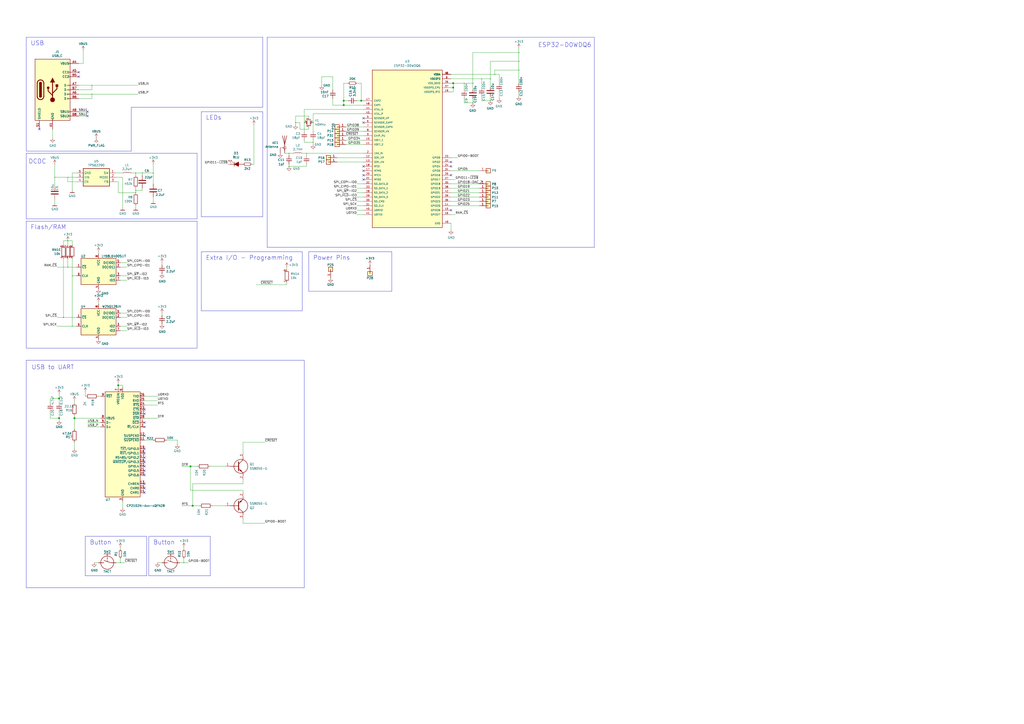
<source format=kicad_sch>
(kicad_sch (version 20231120) (generator "eeschema") (generator_version "8.0")
  (paper "A2")
  (title_block (title "ESP32-REACTJS-DEVKIT") (date "2024/2025") (company "GTS (Designed by: Engineer Silvio E. Viscuso)"))
  (junction (at 279.4 45.72) (diameter 0.3048))
  (junction (at 82.55 100.33) (diameter 0.3048))
  (junction (at 300.99 40.64) (diameter 0.3048))
  (junction (at 34.29 242.57))
  (junction (at 177.8 88.9) (diameter 0.3048))
  (junction (at 262.89 50.8))
  (junction (at 41.91 189.23) (diameter 0.3048))
  (junction (at 53.34 54.61) (diameter 0.3048))
  (junction (at 262.89 48.26))
  (junction (at 69.85 326.39) (diameter 0.3048))
  (junction (at 106.68 326.39) (diameter 0.3048))
  (junction (at 39.37 102.87) (diameter 0.3048))
  (junction (at 300.99 35.56) (diameter 0.3048))
  (junction (at 111.76 293.37))
  (junction (at 36.83 184.15) (diameter 0.3048))
  (junction (at 171.45 71.12) (diameter 0.3048))
  (junction (at 300.99 30.48) (diameter 0.3048))
  (junction (at 167.64 96.52) (diameter 0.3048))
  (junction (at 209.55 58.42))
  (junction (at 110.49 270.51))
  (junction (at 284.48 58.42) (diameter 0.3048))
  (junction (at 78.74 110.49) (diameter 0.3048))
  (junction (at 34.29 231.14))
  (junction (at 274.32 48.26) (diameter 0.3048))
  (junction (at 181.61 71.12) (diameter 0.3048))
  (junction (at 39.37 154.94) (diameter 0.3048))
  (junction (at 78.74 100.33) (diameter 0.3048))
  (junction (at 88.9 100.33) (diameter 0.3048))
  (junction (at 43.18 242.57))
  (junction (at 181.61 82.55) (diameter 0.3048))
  (junction (at 269.24 48.26) (diameter 0.3048))
  (junction (at 274.32 59.69) (diameter 0.3048))
  (junction (at 39.37 139.7) (diameter 0.3048))
  (junction (at 31.75 102.87) (diameter 0.3048))
  (junction (at 287.02 43.18) (diameter 0.3048))
  (junction (at 167.64 88.9) (diameter 0.3048))
  (junction (at 68.58 223.52))
  (junction (at 41.91 160.02) (diameter 0.3048))
  (junction (at 53.34 49.53) (diameter 0.3048))
  (junction (at 199.39 60.96))
  (junction (at 78.74 111.76) (diameter 0.3048))
  (junction (at 284.48 45.72) (diameter 0.3048))
  (junction (at 176.53 71.12) (diameter 0.3048))
  (junction (at 199.39 58.42))
  (no_connect (at 45.72 44.45))
  (no_connect (at 210.82 96.52))
  (no_connect (at 83.82 283.21))
  (no_connect (at 83.82 260.35))
  (no_connect (at 83.82 237.49))
  (no_connect (at 261.62 96.52))
  (no_connect (at 210.82 101.6))
  (no_connect (at 83.82 270.51))
  (no_connect (at 83.82 275.59))
  (no_connect (at 210.82 71.12))
  (no_connect (at 261.62 101.6))
  (no_connect (at 83.82 240.03))
  (no_connect (at 83.82 262.89))
  (no_connect (at 210.82 104.14))
  (no_connect (at 45.72 41.91))
  (no_connect (at 22.86 74.93))
  (no_connect (at 83.82 265.43))
  (no_connect (at 83.82 247.65))
  (no_connect (at 83.82 252.73))
  (no_connect (at 83.82 285.75))
  (no_connect (at 83.82 267.97))
  (no_connect (at 83.82 245.11))
  (no_connect (at 83.82 273.05))
  (no_connect (at 210.82 99.06))
  (no_connect (at 50.8 67.31))
  (no_connect (at 261.62 121.92))
  (no_connect (at 50.8 64.77))
  (no_connect (at 210.82 68.58))
  (no_connect (at 83.82 280.67))
  (no_connect (at 261.62 93.98))
  (polyline (pts (xy 15.24 208.915) (xy 176.53 208.915)))
  (wire (pts (xy 82.55 109.22) (xy 82.55 110.49)))
  (wire (pts (xy 279.4 55.88) (xy 279.4 58.42)))
  (wire (pts (xy 148.59 165.1) (xy 166.37 165.1)))
  (wire (pts (xy 68.58 105.41) (xy 67.31 105.41)))
  (wire (pts (xy 91.44 229.87) (xy 83.82 229.87)))
  (wire (pts (xy 39.37 105.41) (xy 39.37 102.87)))
  (wire (pts (xy 57.15 326.39) (xy 54.61 326.39)))
  (polyline (pts (xy 114.3 88.9) (xy 15.24 88.9)) (stroke (width 0) (type solid)))
  (wire (pts (xy 41.91 100.33) (xy 41.91 110.49)))
  (polyline (pts (xy 85.09 334.01) (xy 85.09 311.15)) (stroke (width 0) (type solid)))
  (polyline (pts (xy 152.4 64.77) (xy 116.84 64.77)) (stroke (width 0) (type solid)))
  (wire (pts (xy 210.82 66.04) (xy 181.61 66.04)))
  (wire (pts (xy 39.37 154.94) (xy 44.45 154.94)))
  (wire (pts (xy 39.37 139.7) (xy 39.37 142.24)))
  (wire (pts (xy 29.21 231.14) (xy 34.29 231.14)))
  (wire (pts (xy 69.85 317.5) (xy 69.85 318.77)))
  (wire (pts (xy 110.49 284.48) (xy 110.49 270.51)))
  (wire (pts (xy 146.05 95.25) (xy 147.32 95.25)))
  (wire (pts (xy 274.32 59.69) (xy 269.24 59.69)))
  (wire (pts (xy 261.62 133.35) (xy 261.62 129.54)))
  (wire (pts (xy 261.62 106.68) (xy 278.13 106.68)))
  (wire (pts (xy 284.48 45.72) (xy 279.4 45.72)))
  (polyline (pts (xy 114.3 127) (xy 15.24 127)) (stroke (width 0) (type solid)))
  (wire (pts (xy 261.62 114.3) (xy 278.13 114.3)))
  (wire (pts (xy 91.44 234.95) (xy 83.82 234.95)))
  (wire (pts (xy 29.21 233.68) (xy 29.21 231.14)))
  (polyline (pts (xy 116.84 64.77) (xy 116.84 125.73)) (stroke (width 0) (type solid)))
  (wire (pts (xy 210.82 60.96) (xy 199.39 60.96)))
  (wire (pts (xy 53.34 54.61) (xy 80.01 54.61)))
  (polyline (pts (xy 175.26 180.34) (xy 116.84 180.34)) (stroke (width 0) (type solid)))
  (wire (pts (xy 289.56 43.18) (xy 289.56 48.26)))
  (wire (pts (xy 300.99 27.94) (xy 300.99 30.48)))
  (wire (pts (xy 207.01 111.76) (xy 210.82 111.76)))
  (wire (pts (xy 167.64 95.25) (xy 167.64 96.52)))
  (wire (pts (xy 43.18 241.3) (xy 43.18 242.57)))
  (wire (pts (xy 287.02 40.64) (xy 300.99 40.64)))
  (wire (pts (xy 106.68 317.5) (xy 106.68 318.77)))
  (polyline (pts (xy 175.26 180.34) (xy 175.26 146.05)) (stroke (width 0) (type solid)))
  (polyline (pts (xy 176.53 340.995) (xy 15.24 340.995)))
  (polyline (pts (xy 154.94 143.51) (xy 154.94 21.59)) (stroke (width 0) (type solid)))
  (wire (pts (xy 181.61 82.55) (xy 181.61 81.28)))
  (wire (pts (xy 88.9 100.33) (xy 88.9 106.68)))
  (wire (pts (xy 78.74 100.33) (xy 82.55 100.33)))
  (wire (pts (xy 57.15 146.05) (xy 57.15 147.32)))
  (wire (pts (xy 106.68 326.39) (xy 106.68 323.85)))
  (wire (pts (xy 34.29 228.6) (xy 34.29 231.14)))
  (polyline (pts (xy 152.4 64.77) (xy 152.4 125.73)) (stroke (width 0) (type solid)))
  (wire (pts (xy 41.91 189.23) (xy 44.45 189.23)))
  (wire (pts (xy 69.85 154.94) (xy 73.66 154.94)))
  (wire (pts (xy 284.48 55.88) (xy 284.48 58.42)))
  (wire (pts (xy 261.62 116.84) (xy 278.13 116.84)))
  (wire (pts (xy 69.85 326.39) (xy 72.39 326.39)))
  (wire (pts (xy 179.07 73.66) (xy 179.07 74.93)))
  (wire (pts (xy 170.18 88.9) (xy 167.64 88.9)))
  (wire (pts (xy 82.55 100.33) (xy 82.55 101.6)))
  (wire (pts (xy 110.49 270.51) (xy 114.3 270.51)))
  (wire (pts (xy 147.32 72.39) (xy 147.32 95.25)))
  (wire (pts (xy 93.98 152.4) (xy 93.98 153.67)))
  (wire (pts (xy 278.13 111.76) (xy 261.62 111.76)))
  (wire (pts (xy 274.32 30.48) (xy 300.99 30.48)))
  (polyline (pts (xy 15.24 201.93) (xy 15.24 128.27)) (stroke (width 0) (type solid)))
  (wire (pts (xy 199.39 60.96) (xy 193.04 60.96)))
  (wire (pts (xy 45.72 36.83) (xy 48.26 36.83)))
  (wire (pts (xy 83.82 255.27) (xy 88.9 255.27)))
  (wire (pts (xy 179.07 67.31) (xy 179.07 68.58)))
  (wire (pts (xy 140.97 278.13) (xy 140.97 280.67)))
  (wire (pts (xy 49.53 229.87) (xy 49.53 227.33)))
  (polyline (pts (xy 85.09 334.01) (xy 49.53 334.01)) (stroke (width 0) (type solid)))
  (polyline (pts (xy 121.92 334.01) (xy 121.92 311.15)) (stroke (width 0) (type solid)))
  (wire (pts (xy 209.55 48.26) (xy 209.55 58.42)))
  (wire (pts (xy 50.8 247.65) (xy 58.42 247.65)))
  (wire (pts (xy 88.9 114.3) (xy 88.9 116.84)))
  (wire (pts (xy 44.45 105.41) (xy 39.37 105.41)))
  (wire (pts (xy 78.74 110.49) (xy 82.55 110.49)))
  (wire (pts (xy 181.61 76.2) (xy 181.61 71.12)))
  (wire (pts (xy 207.01 109.22) (xy 210.82 109.22)))
  (wire (pts (xy 140.97 256.54) (xy 140.97 262.89)))
  (wire (pts (xy 264.16 104.14) (xy 261.62 104.14)))
  (wire (pts (xy 105.41 270.51) (xy 110.49 270.51)))
  (wire (pts (xy 200.66 83.82) (xy 210.82 83.82)))
  (wire (pts (xy 195.58 93.98) (xy 210.82 93.98)))
  (wire (pts (xy 33.02 189.23) (xy 41.91 189.23)))
  (wire (pts (xy 207.01 116.84) (xy 210.82 116.84)))
  (polyline (pts (xy 76.2 62.23) (xy 76.2 87.63)) (stroke (width 0) (type solid)))
  (wire (pts (xy 48.26 36.83) (xy 48.26 29.21)))
  (polyline (pts (xy 15.24 128.27) (xy 114.3 128.27)) (stroke (width 0) (type solid)))
  (polyline (pts (xy 15.24 21.59) (xy 152.4 21.59)) (stroke (width 0) (type solid)))
  (polyline (pts (xy 227.33 146.05) (xy 227.33 168.91)) (stroke (width 0) (type solid)))
  (wire (pts (xy 176.53 82.55) (xy 181.61 82.55)))
  (polyline (pts (xy 121.92 311.15) (xy 86.36 311.15)) (stroke (width 0) (type solid)))
  (wire (pts (xy 33.02 154.94) (xy 39.37 154.94)))
  (wire (pts (xy 45.72 67.31) (xy 50.8 67.31)))
  (wire (pts (xy 106.68 326.39) (xy 109.22 326.39)))
  (wire (pts (xy 173.99 74.93) (xy 173.99 71.12)))
  (wire (pts (xy 69.85 184.15) (xy 73.66 184.15)))
  (wire (pts (xy 261.62 91.44) (xy 265.43 91.44)))
  (wire (pts (xy 269.24 57.15) (xy 269.24 59.69)))
  (wire (pts (xy 153.67 256.54) (xy 140.97 256.54)))
  (wire (pts (xy 207.01 121.92) (xy 210.82 121.92)))
  (wire (pts (xy 93.98 181.61) (xy 93.98 182.88)))
  (wire (pts (xy 45.72 49.53) (xy 53.34 49.53)))
  (wire (pts (xy 176.53 76.2) (xy 176.53 71.12)))
  (wire (pts (xy 261.62 99.06) (xy 278.13 99.06)))
  (wire (pts (xy 177.8 96.52) (xy 167.64 96.52)))
  (wire (pts (xy 78.74 109.22) (xy 78.74 110.49)))
  (wire (pts (xy 140.97 285.75) (xy 140.97 284.48)))
  (wire (pts (xy 207.01 48.26) (xy 209.55 48.26)))
  (polyline (pts (xy 121.92 334.01) (xy 86.36 334.01)) (stroke (width 0) (type solid)))
  (wire (pts (xy 140.97 303.53) (xy 140.97 300.99)))
  (wire (pts (xy 132.08 95.25) (xy 133.35 95.25)))
  (wire (pts (xy 50.8 245.11) (xy 58.42 245.11)))
  (polyline (pts (xy 116.84 180.34) (xy 116.84 146.05)) (stroke (width 0) (type solid)))
  (wire (pts (xy 68.58 223.52) (xy 71.12 223.52)))
  (wire (pts (xy 36.83 184.15) (xy 44.45 184.15)))
  (wire (pts (xy 261.62 119.38) (xy 278.13 119.38)))
  (wire (pts (xy 31.75 102.87) (xy 39.37 102.87)))
  (polyline (pts (xy 227.33 168.91) (xy 179.07 168.91)) (stroke (width 0) (type solid)))
  (wire (pts (xy 91.44 242.57) (xy 83.82 242.57)))
  (wire (pts (xy 57.15 229.87) (xy 58.42 229.87)))
  (wire (pts (xy 269.24 48.26) (xy 269.24 52.07)))
  (wire (pts (xy 210.82 63.5) (xy 176.53 63.5)))
  (polyline (pts (xy 15.24 88.9) (xy 15.24 127)) (stroke (width 0) (type solid)))
  (wire (pts (xy 300.99 40.64) (xy 300.99 48.26)))
  (wire (pts (xy 78.74 100.33) (xy 78.74 101.6)))
  (wire (pts (xy 68.58 223.52) (xy 68.58 224.79)))
  (wire (pts (xy 274.32 48.26) (xy 269.24 48.26)))
  (wire (pts (xy 29.21 238.76) (xy 29.21 242.57)))
  (wire (pts (xy 287.02 40.64) (xy 287.02 43.18)))
  (wire (pts (xy 41.91 100.33) (xy 44.45 100.33)))
  (polyline (pts (xy 114.3 88.9) (xy 114.3 127)) (stroke (width 0) (type solid)))
  (polyline (pts (xy 114.3 201.93) (xy 15.24 201.93)) (stroke (width 0) (type solid)))
  (wire (pts (xy 284.48 58.42) (xy 279.4 58.42)))
  (wire (pts (xy 173.99 71.12) (xy 171.45 71.12)))
  (wire (pts (xy 57.15 175.26) (xy 57.15 176.53)))
  (wire (pts (xy 31.75 107.95) (xy 31.75 102.87)))
  (wire (pts (xy 71.12 102.87) (xy 71.12 120.65)))
  (wire (pts (xy 41.91 160.02) (xy 41.91 189.23)))
  (wire (pts (xy 177.8 88.9) (xy 210.82 88.9)))
  (wire (pts (xy 69.85 160.02) (xy 73.66 160.02)))
  (wire (pts (xy 176.53 81.28) (xy 176.53 82.55)))
  (wire (pts (xy 177.8 88.9) (xy 175.26 88.9)))
  (wire (pts (xy 261.62 48.26) (xy 262.89 48.26)))
  (wire (pts (xy 201.93 48.26) (xy 199.39 48.26)))
  (wire (pts (xy 121.92 270.51) (xy 130.81 270.51)))
  (wire (pts (xy 69.85 326.39) (xy 69.85 323.85)))
  (wire (pts (xy 209.55 58.42) (xy 210.82 58.42)))
  (polyline (pts (xy 152.4 21.59) (xy 152.4 62.23)) (stroke (width 0) (type solid)))
  (wire (pts (xy 261.62 50.8) (xy 262.89 50.8)))
  (wire (pts (xy 69.85 191.77) (xy 73.66 191.77)))
  (wire (pts (xy 300.99 35.56) (xy 300.99 40.64)))
  (wire (pts (xy 34.29 231.14) (xy 34.29 233.68)))
  (wire (pts (xy 78.74 110.49) (xy 78.74 111.76)))
  (wire (pts (xy 171.45 67.31) (xy 179.07 67.31)))
  (wire (pts (xy 207.01 119.38) (xy 210.82 119.38)))
  (wire (pts (xy 284.48 50.8) (xy 284.48 45.72)))
  (wire (pts (xy 69.85 162.56) (xy 73.66 162.56)))
  (wire (pts (xy 200.66 73.66) (xy 210.82 73.66)))
  (wire (pts (xy 261.62 45.72) (xy 279.4 45.72)))
  (wire (pts (xy 96.52 255.27) (xy 102.87 255.27)))
  (wire (pts (xy 261.62 109.22) (xy 278.13 109.22)))
  (wire (pts (xy 289.56 53.34) (xy 289.56 57.15)))
  (wire (pts (xy 43.18 242.57) (xy 43.18 248.92)))
  (wire (pts (xy 199.39 48.26) (xy 199.39 58.42)))
  (polyline (pts (xy 176.53 208.915) (xy 176.53 340.995)))
  (wire (pts (xy 67.31 100.33) (xy 71.12 100.33)))
  (polyline (pts (xy 76.2 87.63) (xy 15.24 87.63)) (stroke (width 0) (type solid)))
  (wire (pts (xy 82.55 100.33) (xy 88.9 100.33)))
  (wire (pts (xy 31.75 115.57) (xy 31.75 118.11)))
  (wire (pts (xy 207.01 114.3) (xy 210.82 114.3)))
  (wire (pts (xy 43.18 232.41) (xy 43.18 233.68)))
  (polyline (pts (xy 152.4 62.23) (xy 76.2 62.23)) (stroke (width 0) (type solid)))
  (wire (pts (xy 167.64 88.9) (xy 165.1 88.9)))
  (wire (pts (xy 181.61 66.04) (xy 181.61 71.12)))
  (wire (pts (xy 177.8 95.25) (xy 177.8 96.52)))
  (wire (pts (xy 207.01 58.42) (xy 209.55 58.42)))
  (wire (pts (xy 279.4 45.72) (xy 279.4 50.8)))
  (wire (pts (xy 104.14 326.39) (xy 106.68 326.39)))
  (wire (pts (xy 186.69 44.45) (xy 193.04 44.45)))
  (wire (pts (xy 111.76 280.67) (xy 111.76 293.37)))
  (wire (pts (xy 176.53 63.5) (xy 176.53 71.12)))
  (wire (pts (xy 36.83 139.7) (xy 36.83 142.24)))
  (wire (pts (xy 200.66 81.28) (xy 210.82 81.28)))
  (polyline (pts (xy 344.805 21.59) (xy 344.805 143.51)) (stroke (width 0) (type solid)))
  (wire (pts (xy 34.29 238.76) (xy 34.29 242.57)))
  (wire (pts (xy 201.93 58.42) (xy 199.39 58.42)))
  (wire (pts (xy 53.34 49.53) (xy 80.01 49.53)))
  (wire (pts (xy 78.74 119.38) (xy 78.74 120.65)))
  (wire (pts (xy 68.58 111.76) (xy 68.58 105.41)))
  (wire (pts (xy 262.89 48.26) (xy 269.24 48.26)))
  (polyline (pts (xy 154.94 21.59) (xy 344.805 21.59)) (stroke (width 0) (type solid)))
  (polyline (pts (xy 152.4 125.73) (xy 116.84 125.73)) (stroke (width 0) (type solid)))
  (wire (pts (xy 33.02 184.15) (xy 36.83 184.15)))
  (polyline (pts (xy 85.09 311.15) (xy 49.53 311.15)) (stroke (width 0) (type solid)))
  (wire (pts (xy 91.44 232.41) (xy 83.82 232.41)))
  (wire (pts (xy 274.32 57.15) (xy 274.32 59.69)))
  (wire (pts (xy 69.85 152.4) (xy 73.66 152.4)))
  (wire (pts (xy 186.69 49.53) (xy 186.69 44.45)))
  (wire (pts (xy 200.66 78.74) (xy 210.82 78.74)))
  (wire (pts (xy 199.39 58.42) (xy 199.39 60.96)))
  (wire (pts (xy 88.9 95.25) (xy 88.9 100.33)))
  (wire (pts (xy 36.83 149.86) (xy 36.83 184.15)))
  (wire (pts (xy 284.48 35.56) (xy 300.99 35.56)))
  (wire (pts (xy 179.07 74.93) (xy 173.99 74.93)))
  (wire (pts (xy 300.99 30.48) (xy 300.99 35.56)))
  (wire (pts (xy 207.01 124.46) (xy 210.82 124.46)))
  (polyline (pts (xy 175.26 146.05) (xy 116.84 146.05)) (stroke (width 0) (type solid)))
  (wire (pts (xy 39.37 149.86) (xy 39.37 154.94)))
  (wire (pts (xy 207.01 106.68) (xy 210.82 106.68)))
  (wire (pts (xy 171.45 71.12) (xy 171.45 67.31)))
  (wire (pts (xy 93.98 326.39) (xy 91.44 326.39)))
  (wire (pts (xy 76.2 100.33) (xy 78.74 100.33)))
  (wire (pts (xy 31.75 95.25) (xy 31.75 102.87)))
  (polyline (pts (xy 344.805 143.51) (xy 154.94 143.51)) (stroke (width 0) (type solid)))
  (wire (pts (xy 153.67 303.53) (xy 140.97 303.53)))
  (wire (pts (xy 261.62 53.34) (xy 262.89 53.34)))
  (wire (pts (xy 43.18 242.57) (xy 58.42 242.57)))
  (polyline (pts (xy 114.3 128.27) (xy 114.3 201.93)) (stroke (width 0) (type solid)))
  (wire (pts (xy 195.58 91.44) (xy 210.82 91.44)))
  (wire (pts (xy 39.37 139.7) (xy 36.83 139.7)))
  (wire (pts (xy 102.87 255.27) (xy 102.87 257.81)))
  (wire (pts (xy 264.16 124.46) (xy 261.62 124.46)))
  (wire (pts (xy 34.29 242.57) (xy 34.29 243.84)))
  (wire (pts (xy 274.32 30.48) (xy 274.32 48.26)))
  (wire (pts (xy 45.72 64.77) (xy 50.8 64.77)))
  (wire (pts (xy 193.04 60.96) (xy 193.04 57.15)))
  (wire (pts (xy 39.37 139.7) (xy 41.91 139.7)))
  (wire (pts (xy 69.85 189.23) (xy 73.66 189.23)))
  (wire (pts (xy 43.18 256.54) (xy 43.18 260.35)))
  (wire (pts (xy 166.37 165.1) (xy 166.37 163.83)))
  (wire (pts (xy 45.72 54.61) (xy 53.34 54.61)))
  (wire (pts (xy 167.64 88.9) (xy 167.64 90.17)))
  (wire (pts (xy 289.56 43.18) (xy 287.02 43.18)))
  (wire (pts (xy 274.32 52.07) (xy 274.32 48.26)))
  (wire (pts (xy 200.66 76.2) (xy 210.82 76.2)))
  (wire (pts (xy 166.37 154.94) (xy 166.37 156.21)))
  (wire (pts (xy 171.45 72.39) (xy 171.45 71.12)))
  (wire (pts (xy 78.74 111.76) (xy 68.58 111.76)))
  (wire (pts (xy 41.91 149.86) (xy 41.91 160.02)))
  (wire (pts (xy 29.21 242.57) (xy 34.29 242.57)))
  (wire (pts (xy 300.99 55.88) (xy 300.99 53.34)))
  (wire (pts (xy 68.58 222.25) (xy 68.58 223.52)))
  (wire (pts (xy 45.72 52.07) (xy 53.34 52.07)))
  (wire (pts (xy 45.72 57.15) (xy 53.34 57.15)))
  (wire (pts (xy 71.12 290.83) (xy 71.12 294.64)))
  (wire (pts (xy 262.89 50.8) (xy 262.89 48.26)))
  (polyline (pts (xy 49.53 334.01) (xy 49.53 311.15)) (stroke (width 0) (type solid)))
  (wire (pts (xy 105.41 293.37) (xy 111.76 293.37)))
  (wire (pts (xy 41.91 139.7) (xy 41.91 142.24)))
  (polyline (pts (xy 15.24 208.915) (xy 15.24 340.995)))
  (wire (pts (xy 284.48 35.56) (xy 284.48 45.72)))
  (wire (pts (xy 53.34 57.15) (xy 53.34 54.61)))
  (wire (pts (xy 140.97 284.48) (xy 110.49 284.48)))
  (wire (pts (xy 39.37 102.87) (xy 44.45 102.87)))
  (polyline (pts (xy 179.07 146.05) (xy 227.33 146.05)) (stroke (width 0) (type solid)))
  (polyline (pts (xy 86.36 334.01) (xy 86.36 311.15)) (stroke (width 0) (type solid)))
  (polyline (pts (xy 179.07 168.91) (xy 179.07 146.05)) (stroke (width 0) (type solid)))
  (wire (pts (xy 71.12 224.79) (xy 71.12 223.52)))
  (wire (pts (xy 177.8 90.17) (xy 177.8 88.9)))
  (wire (pts (xy 262.89 53.34) (xy 262.89 50.8)))
  (wire (pts (xy 69.85 181.61) (xy 73.66 181.61)))
  (wire (pts (xy 67.31 326.39) (xy 69.85 326.39)))
  (wire (pts (xy 53.34 52.07) (xy 53.34 49.53)))
  (wire (pts (xy 111.76 293.37) (xy 115.57 293.37)))
  (wire (pts (xy 67.31 102.87) (xy 71.12 102.87)))
  (polyline (pts (xy 15.24 87.63) (xy 15.24 21.59)) (stroke (width 0) (type solid)))
  (wire (pts (xy 261.62 43.18) (xy 287.02 43.18)))
  (wire (pts (xy 140.97 280.67) (xy 111.76 280.67)))
  (wire (pts (xy 30.48 74.93) (xy 30.48 80.01)))
  (wire (pts (xy 193.04 44.45) (xy 193.04 52.07)))
  (wire (pts (xy 123.19 293.37) (xy 130.81 293.37)))
  (wire (pts (xy 181.61 83.82) (xy 181.61 82.55)))
  (wire (pts (xy 44.45 160.02) (xy 41.91 160.02)))
  (text "Power Pins" (at 181.61 151.13 0) (effects (font (size 2.54 2.54)) (justify left bottom)))
  (text "Button" (at 52.07 316.23 0) (effects (font (size 2.54 2.54)) (justify left bottom)))
  (text "LEDs" (at 119.38 69.85 0) (effects (font (size 2.54 2.54)) (justify left bottom)))
  (text "Button" (at 88.9 316.23 0) (effects (font (size 2.54 2.54)) (justify left bottom)))
  (text "USB to UART" (at 18.288 214.63 0) (effects (font (size 2.54 2.54)) (justify left bottom)))
  (text "ESP32-D0WDQ6" (at 312.166 27.686 0) (effects (font (size 2.54 2.54)) (justify left bottom)))
  (text "DCDC" (at 16.51 95.25 0) (effects (font (size 2.54 2.54)) (justify left bottom)))
  (text "Flash/RAM" (at 17.78 133.35 0) (effects (font (size 2.54 2.54)) (justify left bottom)))
  (text "Extra I/O - Programming" (at 119.38 151.13 0) (effects (font (size 2.54 2.54)) (justify left bottom)))
  (text "USB" (at 17.78 26.67 0) (effects (font (size 2.54 2.54)) (justify left bottom)))
  (label "U0TXD" (at 91.44 232.41 0))
  (label "GPIO11-~{LEDB}" (at 132.08 95.25 180))
  (label "GPIO19" (at 265.43 109.22 0))
  (label "SPI_~{CS}" (at 33.02 184.15 180))
  (label "SPI_CIPO-IO1" (at 73.66 184.15 0))
  (label "GPIO0-BOOT" (at 265.43 91.44 0))
  (label "SBU1" (at 50.8 64.77 180))
  (label "GPIO25" (at 265.43 119.38 0))
  (label "SPI_~{WP}-IO2" (at 207.01 111.76 180))
  (label "~{CRESET}" (at 72.39 326.39 0))
  (label "GPIO34" (at 201.93 81.28 0))
  (label "GPIO23" (at 265.43 116.84 0))
  (label "SPI_~{HLD}-IO3" (at 207.01 114.3 180))
  (label "GPIO11-~{LEDB}" (at 264.16 104.14 0))
  (label "SPI_CIPO-IO1" (at 73.66 154.94 0))
  (label "USB_N" (at 50.8 245.11 0))
  (label "DTR" (at 105.41 270.51 0))
  (label "DTR" (at 91.44 242.57 0))
  (label "RTS" (at 105.41 293.37 0))
  (label "SBU2" (at 50.8 67.31 180))
  (label "SPI_~{WP}-IO2" (at 73.66 189.23 0))
  (label "U0RXD" (at 207.01 121.92 180))
  (label "GPIO0-BOOT" (at 153.67 303.53 0))
  (label "SPI_~{WP}-IO2" (at 73.66 160.02 0))
  (label "~{CRESET}" (at 151.13 165.1 0))
  (label "U0TXD" (at 207.01 124.46 180))
  (label "SPI_~{HLD}-IO3" (at 73.66 191.77 0))
  (label "GPIO5" (at 265.43 99.06 0))
  (label "U0RXD" (at 91.44 229.87 0))
  (label "GPIO39" (at 208.28 76.2 180))
  (label "GPIO35" (at 201.93 83.82 0))
  (label "SPI_SCK" (at 207.01 119.38 180))
  (label "SPI_SCK" (at 33.02 189.23 180))
  (label "SPI_CIPO-IO1" (at 207.01 109.22 180))
  (label "SPI_COPI-IO0" (at 73.66 152.4 0))
  (label "USB_P" (at 50.8 247.65 0))
  (label "RTS" (at 91.44 234.95 0))
  (label "SPI_~{CS}" (at 207.01 116.84 180))
  (label "~{CRESET}" (at 153.67 256.54 0))
  (label "SPI_~{HLD}-IO3" (at 73.66 162.56 0))
  (label "GPIO22" (at 265.43 114.3 0))
  (label "GPIO21" (at 265.43 111.76 0))
  (label "GPIO18-DAC_2" (at 265.43 106.68 0))
  (label "USB_P" (at 80.01 54.61 0))
  (label "~{CRESET}" (at 200.66 78.74 0))
  (label "RAM_~{CS}" (at 264.16 124.46 0))
  (label "SPI_COPI-IO0" (at 73.66 181.61 0))
  (label "RAM_~{CS}" (at 33.02 154.94 180))
  (label "GPIO38" (at 208.28 73.66 180))
  (label "SPI_COPI-IO0" (at 207.01 106.68 180))
  (label "USB_N" (at 80.01 49.53 0))
  (label "GPIO0-BOOT" (at 109.22 326.39 0))
  (symbol (lib_id "power:GND") (at 30.48 80.01 0) (unit 1)
    (property "Reference" "#PWR06" (effects (hide yes)))
    (property "Value" "GND" (at 30.607 84.4804 0))
  )
  (symbol (lib_id "icebreaker-bitsy-rescue:pkl_C_Small-pkl_device") (at 269.24 54.61 0) (unit 1)
    (property "Reference" "C9" (at 270.51 59.69 90) (effects (justify left)))
    (property "Value" "100n" (at 270.51 53.34 90) (effects (justify left)))
    (property "Footprint" "Capacitor_SMD:C_0402_1005Metric" (effects (hide yes)))
    (property "Mfg" "Yageo" (effects (hide yes)))
    (property "PN" "CC0402ZRY5V7BB104" (effects (hide yes)))
  )
  (symbol (lib_id "icebreaker-bitsy-rescue:pkl_C-pkl_device") (at 274.32 54.61 0) (unit 1)
    (property "Reference" "C19" (at 275.59 59.69 90) (effects (justify left)))
    (property "Value" "10u" (at 275.59 53.34 90) (effects (justify left)))
    (property "Footprint" "Capacitor_SMD:C_0603_1608Metric" (effects (hide yes)))
    (property "Mfg" "Yageo" (effects (hide yes)))
    (property "PN" "CC0603KRX5R5BB106" (effects (hide yes)))
  )
  (symbol (lib_id "power:GND") (at 274.32 59.69 0) (mirror y) (unit 1)
    (property "Reference" "#PWR036" (effects (hide yes)))
    (property "Value" "GND" (at 274.193 64.1604 0))
  )
  (symbol (lib_id "Connector_Generic:Conn_01x01") (at 195.58 73.66 180) (unit 1)
    (property "Reference" "P30" (at 193.294 71.374 90) (effects (justify left)))
    (property "Value" "CDONE" (effects (hide yes)))
    (property "Footprint" "pkl_pin_headers:Pin_Header_Straight_Round_1x01_Castellated" (effects (hide yes)))
    (property "Source" "ANY" (effects (hide yes)))
  )
  (symbol (lib_id "Connector_Generic:Conn_01x01") (at 195.58 78.74 180) (unit 1)
    (property "Reference" "P31" (at 193.548 78.613 0) (effects (justify left)))
    (property "Value" "CRESET" (effects (hide yes)))
    (property "Footprint" "pkl_pin_headers:Pin_Header_Straight_Round_1x01_Castellated" (effects (hide yes)))
    (property "Source" "ANY" (effects (hide yes)))
  )
  (symbol (lib_id "Connector_Generic:Conn_01x01") (at 283.21 116.84 0) (mirror x) (unit 1)
    (property "Reference" "P7" (at 285.242 116.713 0) (effects (justify left)))
    (property "Value" "7" (effects (hide yes)))
    (property "Footprint" "pkl_pin_headers:Pin_Header_Straight_Round_1x01_Castellated" (effects (hide yes)))
    (property "Source" "ANY" (effects (hide yes)))
  )
  (symbol (lib_id "Connector_Generic:Conn_01x01") (at 190.5 91.44 0) (mirror y) (unit 1)
    (property "Reference" "P16" (at 188.468 91.567 0) (effects (justify left)))
    (property "Value" "16" (effects (hide yes)))
    (property "Footprint" "pkl_pin_headers:Pin_Header_Straight_Round_1x01_Castellated" (effects (hide yes)))
    (property "Source" "ANY" (effects (hide yes)))
  )
  (symbol (lib_id "Connector_Generic:Conn_01x01") (at 283.21 119.38 0) (unit 1) (in_bom no)
    (property "Reference" "P15" (at 285.242 119.507 0) (effects (justify left)))
    (property "Value" "15" (effects (hide yes)))
    (property "Footprint" "pkl_pin_headers:Pin_Header_Straight_Round_1x01_Castellated" (effects (hide yes)))
    (property "Source" "ANY" (effects (hide yes)))
  )
  (symbol (lib_id "Connector_Generic:Conn_01x01") (at 195.58 83.82 0) (mirror y) (unit 1)
    (property "Reference" "P18" (at 193.548 83.947 0) (effects (justify left)))
    (property "Value" "18" (effects (hide yes)))
    (property "Footprint" "pkl_pin_headers:Pin_Header_Straight_Round_1x01_Castellated" (effects (hide yes)))
    (property "Source" "ANY" (effects (hide yes)))
  )
  (symbol (lib_id "Connector_Generic:Conn_01x01") (at 190.5 93.98 180) (unit 1)
    (property "Reference" "P17" (at 188.468 93.853 0) (effects (justify left)))
    (property "Value" "17" (effects (hide yes)))
    (property "Footprint" "pkl_pin_headers:Pin_Header_Straight_Round_1x01_Castellated" (effects (hide yes)))
    (property "Source" "ANY" (effects (hide yes)))
  )
  (symbol (lib_id "Connector_Generic:Conn_01x01") (at 283.21 106.68 0) (unit 1)
    (property "Reference" "P8" (at 285.242 106.807 0) (effects (justify left)))
    (property "Value" "8" (effects (hide yes)))
    (property "Footprint" "pkl_pin_headers:Pin_Header_Straight_Round_1x01_Castellated" (effects (hide yes)))
    (property "Source" "ANY" (effects (hide yes)))
  )
  (symbol (lib_id "Connector_Generic:Conn_01x01") (at 283.21 99.06 0) (mirror x) (unit 1)
    (property "Reference" "P9" (at 285.242 98.933 0) (effects (justify left)))
    (property "Value" "9" (effects (hide yes)))
    (property "Footprint" "pkl_pin_headers:Pin_Header_Straight_Round_1x01_Castellated" (effects (hide yes)))
    (property "Source" "ANY" (effects (hide yes)))
  )
  (symbol (lib_id "Connector_Generic:Conn_01x01") (at 195.58 76.2 180) (unit 1)
    (property "Reference" "P14" (at 193.548 76.073 0) (effects (justify left)))
    (property "Value" "14" (effects (hide yes)))
    (property "Footprint" "pkl_pin_headers:Pin_Header_Straight_Round_1x01_Castellated" (effects (hide yes)))
    (property "Source" "ANY" (effects (hide yes)))
  )
  (symbol (lib_id "Connector_Generic:Conn_01x01") (at 283.21 111.76 0) (unit 1)
    (property "Reference" "P12" (at 285.242 111.887 0) (effects (justify left)))
    (property "Value" "12" (effects (hide yes)))
    (property "Footprint" "pkl_pin_headers:Pin_Header_Straight_Round_1x01_Castellated" (effects (hide yes)))
    (property "Source" "ANY" (effects (hide yes)))
  )
  (symbol (lib_id "Connector_Generic:Conn_01x01") (at 283.21 114.3 0) (unit 1)
    (property "Reference" "P11" (at 285.242 114.427 0) (effects (justify left)))
    (property "Value" "11" (effects (hide yes)))
    (property "Footprint" "pkl_pin_headers:Pin_Header_Straight_Round_1x01_Castellated" (effects (hide yes)))
    (property "Source" "ANY" (effects (hide yes)))
  )
  (symbol (lib_id "Connector_Generic:Conn_01x01") (at 283.21 109.22 0) (mirror x) (unit 1)
    (property "Reference" "P10" (at 285.242 109.093 0) (effects (justify left)))
    (property "Value" "10" (effects (hide yes)))
    (property "Footprint" "pkl_pin_headers:Pin_Header_Straight_Round_1x01_Castellated" (effects (hide yes)))
    (property "Source" "ANY" (effects (hide yes)))
  )
  (symbol (lib_id "power:+3V3") (at 300.99 27.94 0) (mirror y) (unit 1)
    (property "Reference" "#PWR043" (effects (hide yes)))
    (property "Value" "+3V3" (at 300.99 24.13 0))
  )
  (symbol (lib_id "Connector_Generic:Conn_01x01") (at 214.63 158.75 270) (unit 1)
    (property "Reference" "P28" (at 214.63 161.29 90))
    (property "Value" "3V3" (effects (hide yes)))
    (property "Footprint" "pkl_pin_headers:Pin_Header_Straight_Round_1x01_Castellated" (effects (hide yes)))
    (property "Source" "ANY" (effects (hide yes)))
  )
  (symbol (lib_id "Connector_Generic:Conn_01x01") (at 191.77 156.21 90) (unit 1)
    (property "Reference" "P25" (at 191.77 153.67 90))
    (property "Value" "GND" (effects (hide yes)))
    (property "Footprint" "pkl_pin_headers:Pin_Header_Straight_Round_1x01_Castellated" (effects (hide yes)))
    (property "Source" "ANY" (effects (hide yes)))
  )
  (symbol (lib_id "icebreaker-bitsy-rescue:TACT-pkl_misc") (at 99.06 326.39 0) (mirror y) (unit 1)
    (property "Reference" "SW1" (at 99.06 320.04 0))
    (property "Value" "TACT" (at 99.06 331.47 0))
    (property "Footprint" "CP2102:EVPBB2A9B000" (effects (hide yes)))
    (property "PN" "EVP-BB2A9B000" (effects (hide yes)))
  )
  (symbol (lib_id "icebreaker-bitsy-rescue:pkl_R_Small-pkl_device") (at 106.68 321.31 180) (unit 1)
    (property "Reference" "R10" (at 104.14 321.31 90))
    (property "Value" "10k" (at 109.22 321.31 90))
    (property "Footprint" "Resistor_SMD:R_0402_1005Metric" (effects (hide yes)))
    (property "Mfg" "Yageo" (effects (hide yes)))
    (property "PN" "RC0402FR-0710KL" (effects (hide yes)))
  )
  (symbol (lib_id "Device:LED_ALT") (at 137.16 95.25 0) (mirror x) (unit 1)
    (property "Reference" "D3" (at 136.9695 88.8808 0))
    (property "Value" "BLU" (at 136.9695 91.1795 0))
    (property "Footprint" "obsidian-boa:LED_0603_1608Metric_Compact" (effects (hide yes)))
    (property "Mfg" "Lite-On Inc." (effects (hide yes)))
    (property "PN" "LTST-C191TBKT" (effects (hide yes)))
  )
  (symbol (lib_id "icebreaker-bitsy-rescue:pkl_R_Small-pkl_device") (at 143.51 95.25 90) (unit 1)
    (property "Reference" "R13" (at 143.51 92.71 90))
    (property "Value" "2k2" (at 143.51 97.79 90))
    (property "Footprint" "Resistor_SMD:R_0402_1005Metric" (effects (hide yes)))
    (property "Mfg" "Yageo" (effects (hide yes)))
    (property "PN" "RC0402FR-072K2L" (effects (hide yes)))
  )
  (symbol (lib_id "Connector:USB_C_Receptacle_USB2.0") (at 30.48 52.07 0) (unit 1)
    (property "Reference" "J1" (at 33.1978 30.0482 0))
    (property "Value" "USB_C" (at 33.1978 32.3596 0))
    (property "Footprint" "pkl_connectors:USB_C_Receptacle_HRO_TYPE-C-31-M-12" (effects (hide yes)))
    (property "Datasheet" "https://www.usb.org/sites/default/files/documents/usb_type-c.zip" (effects (hide yes)))
    (property "Mfg" "GCT" (effects (hide yes)))
    (property "PN" "USB4105-GF-A" (effects (hide yes)))
  )
  (symbol (lib_id "Connector_Generic:Conn_01x01") (at 195.58 81.28 0) (mirror y) (unit 1)
    (property "Reference" "P13" (at 193.548 81.407 0) (effects (justify left)))
    (property "Value" "13" (effects (hide yes)))
    (property "Footprint" "pkl_pin_headers:Pin_Header_Straight_Round_1x01_Castellated" (effects (hide yes)))
    (property "Source" "ANY" (effects (hide yes)))
  )
  (symbol (lib_id "power:PWR_FLAG") (at 55.88 80.01 180) (unit 1)
    (property "Reference" "#FLG0102" (effects (hide yes)))
    (property "Value" "PWR_FLAG" (at 55.88 84.4042 0))
  )
  (symbol (lib_id "power:VBUS") (at 55.88 80.01 0) (unit 1)
    (property "Reference" "#PWR0122" (effects (hide yes)))
    (property "Value" "VBUS" (at 55.88 76.2 0))
  )
  (symbol (lib_id "power:+3V3") (at 39.37 139.7 0) (unit 1)
    (property "Reference" "#PWR0125" (effects (hide yes)))
    (property "Value" "+3V3" (at 39.37 135.89 0))
  )
  (symbol (lib_id "power:+3V3") (at 166.37 154.94 0) (unit 1)
    (property "Reference" "#PWR0121" (effects (hide yes)))
    (property "Value" "+3V3" (at 170.18 153.67 0))
  )
  (symbol (lib_id "power:VBUS") (at 48.26 29.21 0) (unit 1)
    (property "Reference" "#PWR0104" (effects (hide yes)))
    (property "Value" "VBUS" (at 48.26 25.4 0))
  )
  (symbol (lib_id "power:GND") (at 91.44 326.39 0) (unit 1)
    (property "Reference" "#PWR0117" (effects (hide yes)))
    (property "Value" "GND" (at 91.567 330.8604 0))
  )
  (symbol (lib_id "power:+3V3") (at 147.32 72.39 0) (unit 1)
    (property "Reference" "#PWR0110" (effects (hide yes)))
    (property "Value" "+3V3" (at 147.32 68.58 0))
  )
  (symbol (lib_id "power:+3V3") (at 214.63 153.67 0) (unit 1)
    (property "Reference" "#PWR0128" (effects (hide yes)))
    (property "Value" "+3V3" (at 214.63 149.86 0))
  )
  (symbol (lib_id "power:GND") (at 191.77 161.29 0) (unit 1)
    (property "Reference" "#PWR0127" (effects (hide yes)))
    (property "Value" "GND" (at 191.77 165.1 0))
  )
  (symbol (lib_id "icebreaker-bitsy-rescue:pkl_C_Small-pkl_device") (at 300.99 50.8 0) (unit 1)
    (property "Reference" "C12" (at 302.26 55.88 90) (effects (justify left)))
    (property "Value" "100n" (at 302.26 49.53 90) (effects (justify left)))
    (property "Footprint" "Capacitor_SMD:C_0402_1005Metric" (effects (hide yes)))
    (property "Mfg" "Yageo" (effects (hide yes)))
    (property "PN" "CC0402ZRY5V7BB104" (effects (hide yes)))
  )
  (symbol (lib_id "power:GND") (at 300.99 55.88 0) (mirror y) (unit 1)
    (property "Reference" "#PWR0118" (effects (hide yes)))
    (property "Value" "GND" (at 300.863 60.3504 0))
  )
  (symbol (lib_id "power:GND") (at 34.29 243.84 0) (unit 1)
    (property "Reference" "#PWR010" (effects (hide yes)))
    (property "Value" "GND" (at 34.29 247.65 0))
  )
  (symbol (lib_id "Device:R") (at 43.18 252.73 0) (mirror x) (unit 1)
    (property "Reference" "R17" (at 38.1 253.492 0) (effects (justify left)))
    (property "Value" "47.5K" (at 36.068 251.46 0) (effects (justify left)))
    (property "Footprint" "Resistor_SMD:R_0402_1005Metric" (effects (hide yes)))
    (property "Mfg" "Yageo" (effects (hide yes)))
    (property "PN" "RC0402FR-0747K5L" (effects (hide yes)))
  )
  (symbol (lib_id "Device:L_Small") (at 73.66 100.33 90) (unit 1)
    (property "Reference" "L1" (at 73.66 95.7388 90))
    (property "Value" "2.2uH" (at 73.66 98.0375 90))
    (property "Footprint" "Inductor_SMD:L_0805_2012Metric" (effects (hide yes)))
    (property "PN" "CWCI0805F-100KT" (effects (hide yes)))
  )
  (symbol (lib_id "Device:Crystal_GND24_Small") (at 179.07 71.12 180) (unit 1)
    (property "Reference" "Y1" (at 182.6261 69.9706 0) (effects (justify right)))
    (property "Value" "40MHz" (at 182.6261 72.2693 0) (effects (justify right)))
    (property "Footprint" "Crystal:Crystal_SMD_Abracon_ABM10-4Pin_2.5x2.0mm" (effects (hide yes)))
    (property "Mfg" "ECS Inc." (effects (hide yes)))
    (property "PN" "ECS-400-10-36B-CKY-TR" (effects (hide yes)))
  )
  (symbol (lib_id "power:+3V3") (at 88.9 95.25 0) (unit 1)
    (property "Reference" "#PWR0136" (effects (hide yes)))
    (property "Value" "+3V3" (at 88.9 91.44 0))
  )
  (symbol (lib_name "Device:L_Small_1") (lib_id "Device:L_Small") (at 172.72 88.9 270) (mirror x) (unit 1)
    (property "Reference" "L2" (at 172.72 84.3088 90))
    (property "Value" "2.7nH" (at 172.72 86.6075 90))
    (property "Footprint" "Inductor_SMD:L_0402_1005Metric" (effects (hide yes)))
    (property "PN" "SDCL1005C2N7STDF" (effects (hide yes)))
  )
  (symbol (lib_id "power:+3V3") (at 69.85 317.5 0) (unit 1)
    (property "Reference" "#PWR02" (effects (hide yes)))
    (property "Value" "+3V3" (at 69.85 313.69 0))
  )
  (symbol (lib_id "icebreaker-bitsy-rescue:pkl_C_Small-pkl_device") (at 177.8 92.71 0) (unit 1)
    (property "Reference" "C10" (at 175.4758 91.5606 0) (effects (justify right)))
    (property "Value" "1pF" (at 175.4758 93.8593 0) (effects (justify right)))
    (property "Footprint" "Capacitor_SMD:C_0402_1005Metric" (effects (hide yes)))
    (property "PN" "CQ0402CRNPO9BN1R0" (effects (hide yes)))
  )
  (symbol (lib_id "gkl_power:GND") (at 78.74 120.65 0) (unit 1)
    (property "Reference" "#PWR0135" (effects (hide yes)))
    (property "Value" "GND" (at 78.8162 123.8504 0))
  )
  (symbol (lib_id "gkl_power:GND") (at 71.12 120.65 0) (unit 1)
    (property "Reference" "#PWR0133" (effects (hide yes)))
    (property "Value" "GND" (at 71.1962 123.8504 0))
  )
  (symbol (lib_id "power:+3V3") (at 93.98 152.4 0) (unit 1)
    (property "Reference" "#PWR07" (effects (hide yes)))
    (property "Value" "+3V3" (at 93.98 148.59 0))
  )
  (symbol (lib_id "power:GND") (at 162.56 88.9 0) (mirror y) (unit 1)
    (property "Reference" "#PWR0114" (effects (hide yes)))
    (property "Value" "GND" (at 160.4263 89.8525 0) (effects (justify left)))
  )
  (symbol (lib_id "power:GND") (at 93.98 158.75 0) (unit 1)
    (property "Reference" "#PWR0131" (effects (hide yes)))
    (property "Value" "GND" (at 94.107 163.2204 0))
  )
  (symbol (lib_id "Memory_Flash:W25Q32JVSS") (at 57.15 186.69 0) (unit 1)
    (property "Reference" "U4" (at 48.26 177.8 0))
    (property "Value" "W25Q128JV" (at 64.77 177.8 0))
    (property "Footprint" "Package_SO:SOIC-8_5.23x5.23mm_P1.27mm" (effects (hide yes)))
    (property "Datasheet" "http://www.winbond.com/resource-files/w25q32jv%20revg%2003272018%20plus.pdf" (effects (hide yes)))
    (property "Mfg" "Winbond Electronics" (effects (hide yes)))
    (property "PN" "W25Q128JVSIQ TR" (effects (hide yes)))
  )
  (symbol (lib_id "power:+3V3") (at 57.15 175.26 0) (unit 1)
    (property "Reference" "#PWR015" (effects (hide yes)))
    (property "Value" "+3V3" (at 57.15 171.45 0))
  )
  (symbol (lib_id "power:GND") (at 284.48 58.42 0) (mirror y) (unit 1)
    (property "Reference" "#PWR0137" (effects (hide yes)))
    (property "Value" "GND" (at 284.353 62.8904 0))
  )
  (symbol (lib_id "Device:R_Pack04_Split") (at 36.83 146.05 0) (unit 4)
    (property "Reference" "RN1" (effects (hide yes)))
    (property "Value" "10k" (effects (hide yes)))
    (property "Footprint" "Resistor_SMD:R_Array_Convex_4x0402" (effects (hide yes)))
    (property "PN" "EXB-28V103JX" (effects (hide yes)))
  )
  (symbol (lib_id "power:GND") (at 71.12 294.64 0) (unit 1)
    (property "Reference" "#PWR03" (effects (hide yes)))
    (property "Value" "GND" (at 71.12 298.45 0))
  )
  (symbol (lib_id "power:+3V3") (at 68.58 222.25 0) (unit 1)
    (property "Reference" "#PWR012" (effects (hide yes)))
    (property "Value" "+3V3" (at 68.58 218.44 0))
  )
  (symbol (lib_id "power:+3V3") (at 57.15 146.05 0) (unit 1)
    (property "Reference" "#PWR04" (effects (hide yes)))
    (property "Value" "+3V3" (at 57.15 142.24 0))
  )
  (symbol (lib_id "power:GND") (at 171.45 72.39 0) (unit 1)
    (property "Reference" "#PWR0119" (effects (hide yes)))
    (property "Value" "GND" (at 169.545 73.3425 0) (effects (justify right)))
  )
  (symbol (lib_id "icebreaker-bitsy-rescue:pkl_C_Small-pkl_device") (at 34.29 236.22 0) (unit 1)
    (property "Reference" "C18" (at 35.56 241.3 90) (effects (justify left)))
    (property "Value" "0.1uF" (at 35.56 234.95 90) (effects (justify left)))
    (property "Footprint" "Capacitor_SMD:C_0402_1005Metric" (effects (hide yes)))
    (property "Mfg" "Yageo" (effects (hide yes)))
    (property "PN" "CL05B104KP5NNNC" (effects (hide yes)))
  )
  (symbol (lib_id "SS8050-G:SS8050-G") (at 130.81 293.37 0) (mirror x) (unit 1)
    (property "Reference" "Q2" (at 144.78 294.6401 0) (effects (justify left)))
    (property "Value" "SS8050-G" (at 144.78 292.1001 0) (effects (justify left)))
    (property "Footprint" "SS8050:SOT95P240X115-3N" (effects (hide yes)))
    (property "Datasheet" "https://datasheet.datasheetarchive.com/originals/distributors/DKDS-12/229454.pdf" (effects (hide yes)))
    (property "Description" "Bipolar Transistors - BJT NPN TRANSISTOR 1.5A 40V" (effects (hide yes)))
    (property "Height" "1.15" (effects (hide yes)))
    (property "Mouser Part Number" "750-SS8050-G" (effects (hide yes)))
    (property "Mouser Price/Stock" "https://www.mouser.co.uk/ProductDetail/Comchip-Technology/SS8050-G?qs=LLUE9lz1YbcHg%252BWLMAtcrQ%3D%3D" (effects (hide yes)))
    (property "Manufacturer_Name" "Comchip Technology" (effects (hide yes)))
    (property "PN" "SS8050-G" (effects (hide yes)))
  )
  (symbol (lib_id "Device:R_Pack04_Split") (at 166.37 160.02 0) (unit 1)
    (property "Reference" "RN1" (at 168.5037 158.8706 0) (effects (justify left)))
    (property "Value" "10k" (at 168.5037 161.1693 0) (effects (justify left)))
    (property "Footprint" "Resistor_SMD:R_Array_Convex_4x0402" (effects (hide yes)))
    (property "PN" "EXB-28V103JX" (effects (hide yes)))
  )
  (symbol (lib_id "Device:R") (at 119.38 293.37 270) (mirror x) (unit 1)
    (property "Reference" "R21" (at 119.888 298.958 0) (effects (justify left)))
    (property "Value" "10K" (at 115.316 298.958 0) (effects (justify left)))
    (property "Footprint" "Resistor_SMD:R_0402_1005Metric" (effects (hide yes)))
    (property "Mfg" "Yageo" (effects (hide yes)))
    (property "PN" "RC0402FR-0710KL" (effects (hide yes)))
  )
  (symbol (lib_id "icebreaker-bitsy-rescue:pkl_C_Small-pkl_device") (at 204.47 58.42 270) (mirror x) (unit 1)
    (property "Reference" "C16" (at 203.3206 56.0958 0) (effects (justify left)))
    (property "Value" "3.3nF" (at 205.6193 56.0958 0) (effects (justify left)))
    (property "Footprint" "Capacitor_SMD:C_0201_0603Metric" (effects (hide yes)))
    (property "Mfg" "Yageo" (effects (hide yes)))
    (property "PN" "GRM033R70J332KA01D" (effects (hide yes)))
  )
  (symbol (lib_id "Device:R") (at 92.71 255.27 270) (mirror x) (unit 1)
    (property "Reference" "R22" (at 85.09 254.254 90) (effects (justify left)))
    (property "Value" "10K" (at 96.774 254 90) (effects (justify left)))
    (property "Footprint" "Resistor_SMD:R_0402_1005Metric" (effects (hide yes)))
    (property "Mfg" "Yageo" (effects (hide yes)))
    (property "PN" "RC0402FR-0710KL" (effects (hide yes)))
  )
  (symbol (lib_id "gkl_power:GND") (at 31.75 118.11 0) (unit 1)
    (property "Reference" "#PWR0102" (effects (hide yes)))
    (property "Value" "GND" (at 31.8262 121.3104 0))
  )
  (symbol (lib_id "icebreaker-bitsy-rescue:pkl_R_Small-pkl_device") (at 69.85 321.31 180) (unit 1)
    (property "Reference" "R1" (at 67.31 321.31 90))
    (property "Value" "10k" (at 72.39 321.31 90))
    (property "Footprint" "Resistor_SMD:R_0402_1005Metric" (effects (hide yes)))
    (property "Mfg" "Yageo" (effects (hide yes)))
    (property "PN" "RC0402FR-0710KL" (effects (hide yes)))
  )
  (symbol (lib_id "power:GND") (at 167.64 96.52 0) (mirror y) (unit 1)
    (property "Reference" "#PWR0124" (effects (hide yes)))
    (property "Value" "GND" (at 173.99 97.79 0) (effects (justify left)))
  )
  (symbol (lib_id "gkl_power:GND") (at 41.91 110.49 0) (mirror y) (unit 1)
    (property "Reference" "#PWR0106" (effects (hide yes)))
    (property "Value" "GND" (at 41.8338 113.6904 0))
  )
  (symbol (lib_id "power:GND") (at 57.15 196.85 0) (unit 1)
    (property "Reference" "#PWR0132" (effects (hide yes)))
    (property "Value" "GND" (at 60.96 199.39 0))
  )
  (symbol (lib_id "power:VBUS") (at 43.18 232.41 0) (unit 1)
    (property "Reference" "#PWR05" (effects (hide yes)))
    (property "Value" "VBUS" (at 43.18 228.6 0))
  )
  (symbol (lib_id "SS8050-G:SS8050-G") (at 130.81 270.51 0) (unit 1)
    (property "Reference" "Q1" (at 144.78 269.2399 0) (effects (justify left)))
    (property "Value" "SS8050-G" (at 144.78 271.7799 0) (effects (justify left)))
    (property "Footprint" "SS8050:SOT95P240X115-3N" (effects (hide yes)))
    (property "Datasheet" "https://datasheet.datasheetarchive.com/originals/distributors/DKDS-12/229454.pdf" (effects (hide yes)))
    (property "Description" "Bipolar Transistors - BJT NPN TRANSISTOR 1.5A 40V" (effects (hide yes)))
    (property "Height" "1.15" (effects (hide yes)))
    (property "Mouser Part Number" "750-SS8050-G" (effects (hide yes)))
    (property "Mouser Price/Stock" "https://www.mouser.co.uk/ProductDetail/Comchip-Technology/SS8050-G?qs=LLUE9lz1YbcHg%252BWLMAtcrQ%3D%3D" (effects (hide yes)))
    (property "Manufacturer_Name" "Comchip Technology" (effects (hide yes)))
    (property "PN" "SS8050-G" (effects (hide yes)))
  )
  (symbol (lib_id "icebreaker-bitsy-rescue:pkl_C_Small-pkl_device") (at 289.56 50.8 0) (unit 1)
    (property "Reference" "C13" (at 290.83 55.88 90) (effects (justify left)))
    (property "Value" "100n" (at 290.83 49.53 90) (effects (justify left)))
    (property "Footprint" "Capacitor_SMD:C_0402_1005Metric" (effects (hide yes)))
    (property "Mfg" "Yageo" (effects (hide yes)))
    (property "PN" "CC0402ZRY5V7BB104" (effects (hide yes)))
  )
  (symbol (lib_id "icebreaker-bitsy-rescue:pkl_C_Small-pkl_device") (at 193.04 54.61 0) (mirror y) (unit 1)
    (property "Reference" "C17" (at 190.7158 55.7594 0) (effects (justify left)))
    (property "Value" "10nF" (at 190.7158 53.4607 0) (effects (justify left)))
    (property "Footprint" "Capacitor_SMD:C_0402_1005Metric" (effects (hide yes)))
    (property "Mfg" "Yageo" (effects (hide yes)))
    (property "PN" "KGM05AR70J103KH" (effects (hide yes)))
  )
  (symbol (lib_id "power:+3V3") (at 34.29 228.6 0) (unit 1)
    (property "Reference" "#PWR011" (effects (hide yes)))
    (property "Value" "+3V3" (at 34.29 224.79 0))
  )
  (symbol (lib_id "power:GND") (at 43.18 260.35 0) (unit 1)
    (property "Reference" "#PWR08" (effects (hide yes)))
    (property "Value" "GND" (at 43.18 264.16 0))
  )
  (symbol (lib_id "Device:Antenna_Shield") (at 165.1 83.82 0) (mirror y) (unit 1)
    (property "Reference" "AE1" (at 161.5439 82.7976 0) (effects (justify left)))
    (property "Value" "Antenna" (at 161.5439 85.0963 0) (effects (justify left)))
    (property "Footprint" "obsidian-boa:479480001.stp" (effects (hide yes)))
    (property "Mfg" "Molex" (effects (hide yes)))
    (property "PN" "0479480001" (effects (hide yes)))
  )
  (symbol (lib_name "Device:C_1") (lib_id "Device:C") (at 88.9 110.49 0) (unit 1)
    (property "Reference" "C7" (at 91.44 110.49 0) (effects (justify left)))
    (property "Value" "2.2uF" (at 90.17 113.03 0) (effects (justify left)))
    (property "Footprint" "Capacitor_SMD:C_0402_1005Metric" (effects (hide yes)))
    (property "Mfg" "Yageo" (effects (hide yes)))
    (property "PN" "CC0402MRX5R5BB225" (effects (hide yes)))
  )
  (symbol (lib_id "icebreaker-bitsy-rescue:pkl_C_Small-pkl_device") (at 29.21 236.22 0) (unit 1)
    (property "Reference" "C20" (at 30.48 241.3 90) (effects (justify left)))
    (property "Value" "4.7uF" (at 30.48 234.95 90) (effects (justify left)))
    (property "Footprint" "Capacitor_SMD:C_0402_1005Metric" (effects (hide yes)))
    (property "Mfg" "Yageo" (effects (hide yes)))
    (property "PN" "CL05A475MP5NRNC" (effects (hide yes)))
  )
  (symbol (lib_id "icebreaker-bitsy-rescue:TACT-pkl_misc") (at 62.23 326.39 0) (mirror y) (unit 1)
    (property "Reference" "SW2" (at 62.23 320.04 0))
    (property "Value" "TACT" (at 62.23 331.47 0))
    (property "Footprint" "CP2102:EVPBB2A9B000" (effects (hide yes)))
    (property "PN" "EVP-BB2A9B000" (effects (hide yes)))
  )
  (symbol (lib_id "icebreaker-bitsy-rescue:pkl_C_Small-pkl_device") (at 279.4 53.34 0) (unit 1)
    (property "Reference" "C15" (at 280.67 58.42 90) (effects (justify left)))
    (property "Value" "100n" (at 280.67 52.07 90) (effects (justify left)))
    (property "Footprint" "Capacitor_SMD:C_0402_1005Metric" (effects (hide yes)))
    (property "Mfg" "Yageo" (effects (hide yes)))
    (property "PN" "CC0402ZRY5V7BB104" (effects (hide yes)))
  )
  (symbol (lib_id "power:GND") (at 57.15 167.64 0) (unit 1)
    (property "Reference" "#PWR0115" (effects (hide yes)))
    (property "Value" "GND" (at 60.96 170.18 0))
  )
  (symbol (lib_id "icebreaker-bitsy-rescue:pkl_R_Small-pkl_device") (at 204.47 48.26 90) (mirror x) (unit 1)
    (property "Reference" "R15" (at 204.47 50.8 90))
    (property "Value" "20K" (at 204.47 45.72 90))
    (property "Footprint" "Resistor_SMD:R_0402_1005Metric" (effects (hide yes)))
    (property "Mfg" "Yageo" (effects (hide yes)))
    (property "PN" "RC0402FR-0720KL" (effects (hide yes)))
  )
  (symbol (lib_id "icebreaker-bitsy-rescue:pkl_C_Small-pkl_device") (at 93.98 185.42 0) (unit 1)
    (property "Reference" "C2" (at 96.3168 184.2262 0) (effects (justify left)))
    (property "Value" "2.2uF" (at 96.3168 186.5884 0) (effects (justify left)))
    (property "Footprint" "Capacitor_SMD:C_0402_1005Metric" (effects (hide yes)))
    (property "Mfg" "Yageo" (effects (hide yes)))
    (property "PN" "CC0402MRX5R5BB225" (effects (hide yes)))
  )
  (symbol (lib_id "Device:R") (at 78.74 115.57 0) (mirror y) (unit 1)
    (property "Reference" "R8" (at 76.9619 114.4206 0) (effects (justify left)))
    (property "Value" "100k" (at 76.9619 116.7193 0) (effects (justify left)))
    (property "Footprint" "Resistor_SMD:R_0402_1005Metric" (effects (hide yes)))
    (property "Mfg" "Yageo" (effects (hide yes)))
    (property "PN" "RC0402FR-07100KL" (effects (hide yes)))
  )
  (symbol (lib_id "Interface_USB:CP2102N-Axx-xQFN28") (at 71.12 257.81 0) (unit 1)
    (property "Reference" "U7" (at 61.214 289.814 0) (effects (justify left)))
    (property "Value" "CP2102N-Axx-xQFN28" (at 73.3141 293.37 0) (effects (justify left)))
    (property "Footprint" "Package_DFN_QFN:QFN-28-1EP_5x5mm_P0.5mm_EP3.35x3.35mm" (effects (hide yes)))
    (property "Datasheet" "https://www.silabs.com/documents/public/data-sheets/cp2102n-datasheet.pdf" (effects (hide yes)))
    (property "Description" "USB to UART master bridge, QFN-28" (effects (hide yes)))
    (property "PN" "CP2102N-A02-GQFN28R" (effects (hide yes)))
  )
  (symbol (lib_id "Device:R_Pack04_Split") (at 39.37 146.05 0) (unit 2)
    (property "Reference" "RN1" (effects (hide yes)))
    (property "Value" "10k" (effects (hide yes)))
    (property "Footprint" "Resistor_SMD:R_Array_Convex_4x0402" (effects (hide yes)))
    (property "PN" "EXB-28V103JX" (effects (hide yes)))
  )
  (symbol (lib_name "Device:C_2") (lib_id "Device:C") (at 31.75 111.76 0) (unit 1)
    (property "Reference" "C5" (at 33.02 110.49 90) (effects (justify left)))
    (property "Value" "10u" (at 30.48 110.49 90) (effects (justify left)))
    (property "Footprint" "Capacitor_SMD:C_0603_1608Metric" (effects (hide yes)))
    (property "Mfg" "Yageo" (effects (hide yes)))
    (property "PN" "CC0603KRX5R5BB106" (effects (hide yes)))
  )
  (symbol (lib_id "power:GND") (at 186.69 49.53 0) (unit 1)
    (property "Reference" "#PWR01" (effects (hide yes)))
    (property "Value" "GND" (at 189.484 49.53 0))
  )
  (symbol (lib_id "icebreaker-bitsy-rescue:pkl_C_Small-pkl_device") (at 176.53 78.74 0) (mirror x) (unit 1)
    (property "Reference" "C3" (at 174.2059 77.5906 0) (effects (justify right)))
    (property "Value" "18pF" (at 174.2059 79.8893 0) (effects (justify right)))
    (property "Footprint" "Capacitor_SMD:C_0402_1005Metric" (effects (hide yes)))
    (property "Mfg" "Yageo" (effects (hide yes)))
    (property "PN" "CC0402GRNPO9BN180" (effects (hide yes)))
  )
  (symbol (lib_id "Memory_Flash:W25Q32JVSS") (at 57.15 157.48 0) (unit 1)
    (property "Reference" "U2" (at 48.26 148.59 0))
    (property "Value" "LY68L6400SLIT" (at 66.04 148.59 0))
    (property "Footprint" "Package_SO:SOIC-8_3.9x4.9mm_P1.27mm" (effects (hide yes)))
    (property "Datasheet" "http://www.winbond.com/resource-files/w25q32jv%20revg%2003272018%20plus.pdf" (effects (hide yes)))
    (property "PN" "LY68L6400SLIT" (effects (hide yes)))
  )
  (symbol (lib_id "Device:R") (at 43.18 237.49 0) (mirror x) (unit 1)
    (property "Reference" "R16" (at 38.1 237.998 0) (effects (justify left)))
    (property "Value" "22.1K" (at 37.338 235.712 0) (effects (justify left)))
    (property "Footprint" "Resistor_SMD:R_0402_1005Metric" (effects (hide yes)))
    (property "Mfg" "Yageo" (effects (hide yes)))
    (property "PN" "CRCW040222K1FKEDC" (effects (hide yes)))
  )
  (symbol (lib_id "power:GND") (at 93.98 187.96 0) (unit 1)
    (property "Reference" "#PWR0113" (effects (hide yes)))
    (property "Value" "GND" (at 94.107 192.4304 0))
  )
  (symbol (lib_id "power:+3V3") (at 49.53 227.33 0) (unit 1)
    (property "Reference" "#PWR09" (effects (hide yes)))
    (property "Value" "+3V3" (at 49.53 223.52 0))
  )
  (symbol (lib_id "power:+3V3") (at 106.68 317.5 0) (unit 1)
    (property "Reference" "#PWR0139" (effects (hide yes)))
    (property "Value" "+3V3" (at 106.68 313.69 0))
  )
  (symbol (lib_id "power:GND") (at 289.56 57.15 0) (mirror y) (unit 1)
    (property "Reference" "#PWR0138" (effects (hide yes)))
    (property "Value" "GND" (at 289.433 61.6204 0))
  )
  (symbol (lib_id "Device:R_Pack04_Split") (at 41.91 146.05 0) (unit 3)
    (property "Reference" "RN1" (at 30.0737 144.9006 0) (effects (justify left)))
    (property "Value" "10k" (at 31.3437 147.1993 0) (effects (justify left)))
    (property "Footprint" "Resistor_SMD:R_Array_Convex_4x0402" (effects (hide yes)))
    (property "PN" "EXB-28V103JX" (effects (hide yes)))
  )
  (symbol (lib_id "icebreaker-bitsy-rescue:pkl_C-pkl_device") (at 284.48 53.34 0) (unit 1)
    (property "Reference" "C14" (at 285.75 58.42 90) (effects (justify left)))
    (property "Value" "10u" (at 285.75 52.07 90) (effects (justify left)))
    (property "Footprint" "Capacitor_SMD:C_0603_1608Metric" (effects (hide yes)))
    (property "Mfg" "Yageo" (effects (hide yes)))
    (property "PN" "CC0603KRX5R5BB106" (effects (hide yes)))
  )
  (symbol (lib_id "power:GND") (at 102.87 257.81 0) (unit 1)
    (property "Reference" "#PWR013" (effects (hide yes)))
    (property "Value" "GND" (at 102.87 261.62 0))
  )
  (symbol (lib_id "Device:C") (at 82.55 105.41 0) (unit 1)
    (property "Reference" "C6" (at 83.82 99.06 0) (effects (justify left)))
    (property "Value" "22pF" (at 83.82 102.87 0) (effects (justify left)))
    (property "Footprint" "Capacitor_SMD:C_0402_1005Metric" (effects (hide yes)))
    (property "Mfg" "Yageo" (effects (hide yes)))
    (property "PN" "CC0402KRNPO9BN220" (effects (hide yes)))
  )
  (symbol (lib_id "Device:R") (at 78.74 105.41 0) (mirror y) (unit 1)
    (property "Reference" "R7" (at 76.9619 104.2606 0) (effects (justify left)))
    (property "Value" "453k" (at 76.9619 106.5593 0) (effects (justify left)))
    (property "Footprint" "Resistor_SMD:R_0402_1005Metric" (effects (hide yes)))
    (property "Mfg" "Yageo" (effects (hide yes)))
    (property "PN" "RC0402FR-07453KL" (effects (hide yes)))
  )
  (symbol (lib_id "gkl_power:GND") (at 88.9 116.84 0) (unit 1)
    (property "Reference" "#PWR0134" (effects (hide yes)))
    (property "Value" "GND" (at 88.9762 120.0404 0))
  )
  (symbol (lib_id "icebreaker-bitsy-rescue:pkl_C_Small-pkl_device") (at 167.64 92.71 0) (unit 1)
    (property "Reference" "C11" (at 165.1 92.71 0) (effects (justify right)))
    (property "Value" "1pF" (at 165.1 95.25 0) (effects (justify right)))
    (property "Footprint" "Capacitor_SMD:C_0402_1005Metric" (effects (hide yes)))
    (property "PN" "CQ0402CRNPO9BN1R0" (effects (hide yes)))
  )
  (symbol (lib_id "power:GND") (at 261.62 133.35 0) (unit 1)
    (property "Reference" "#PWR0107" (effects (hide yes)))
    (property "Value" "GND" (at 261.747 137.8204 0))
  )
  (symbol (lib_id "icebreaker-bitsy-rescue:pkl_C_Small-pkl_device") (at 93.98 156.21 0) (unit 1)
    (property "Reference" "C1" (at 96.3168 155.0162 0) (effects (justify left)))
    (property "Value" "2.2uF" (at 96.3168 157.3784 0) (effects (justify left)))
    (property "Footprint" "Capacitor_SMD:C_0402_1005Metric" (effects (hide yes)))
    (property "Mfg" "Yageo" (effects (hide yes)))
    (property "PN" "CC0402MRX5R5BB225" (effects (hide yes)))
  )
  (symbol (lib_id "power:+3V3") (at 93.98 181.61 0) (unit 1)
    (property "Reference" "#PWR016" (effects (hide yes)))
    (property "Value" "+3V3" (at 93.98 177.8 0))
  )
  (symbol (lib_id "ESP32-D0WD:ESP32-D0WD") (at 236.22 86.36 0) (unit 1)
    (property "Reference" "U3" (at 236.22 35.56 0))
    (property "Value" "ESP32-D0WDQ6" (at 236.22 38.1 0))
    (property "Footprint" "ESP32DOWDQ6:ESP32D0WDQ6" (effects (hide yes)))
    (property "MF" "Espressif Systems" (effects (hide yes)))
    (property "Description_1" "\n                        \n                            IC RF TxRx + MCU Bluetooth, WiFi 802.11b/g/n, Bluetooth 4.2 2.412GHz ~ 2.484GHz 48-VFQFN Exposed Pad\n                        \n" (effects (hide yes)))
    (property "PACKAGE" "QFN-48" (effects (hide yes)))
    (property "Price" "None" (effects (hide yes)))
    (property "Package" "VFQFN-48 Espressif Systems" (effects (hide yes)))
    (property "Check_prices" "https://www.snapeda.com/parts/ESP32-D0WD/Espressif+Systems/view-part/?ref=eda" (effects (hide yes)))
    (property "STANDARD" "IPC 7351B" (effects (hide yes)))
    (property "PARTREV" "1.7" (effects (hide yes)))
    (property "SnapEDA_Link" "https://www.snapeda.com/parts/ESP32-D0WD/Espressif+Systems/view-part/?ref=snap" (effects (hide yes)))
    (property "PN" "ESP32-D0WDQ6" (effects (hide yes)))
    (property "Availability" "In Stock" (effects (hide yes)))
    (property "MANUFACTURER" "Expressif Systems" (effects (hide yes)))
  )
  (symbol (lib_id "power:GND") (at 181.61 83.82 0) (unit 1)
    (property "Reference" "#PWR0101" (effects (hide yes)))
    (property "Value" "GND" (at 184.404 83.82 0))
  )
  (symbol (lib_id "icebreaker-bitsy-rescue:pkl_C_Small-pkl_device") (at 181.61 78.74 0) (mirror x) (unit 1)
    (property "Reference" "C4" (at 183.9342 77.5906 0) (effects (justify left)))
    (property "Value" "18pF" (at 183.9342 79.8893 0) (effects (justify left)))
    (property "Footprint" "Capacitor_SMD:C_0402_1005Metric" (effects (hide yes)))
    (property "Mfg" "Yageo" (effects (hide yes)))
    (property "PN" "CC0402GRNPO9BN180" (effects (hide yes)))
  )
  (symbol (lib_id "power:VBUS") (at 31.75 95.25 0) (unit 1)
    (property "Reference" "#PWR0112" (effects (hide yes)))
    (property "Value" "VBUS" (at 31.75 91.44 0))
  )
  (symbol (lib_id "Device:R") (at 53.34 229.87 270) (mirror x) (unit 1)
    (property "Reference" "R18" (at 53.848 235.458 0) (effects (justify left)))
    (property "Value" "2K" (at 49.276 235.458 0) (effects (justify left)))
    (property "Footprint" "Resistor_SMD:R_0402_1005Metric" (effects (hide yes)))
    (property "Mfg" "Yageo" (effects (hide yes)))
    (property "PN" "ERJ-2RKF2001X" (effects (hide yes)))
  )
  (symbol (lib_id "power:GND") (at 54.61 326.39 0) (unit 1)
    (property "Reference" "#PWR014" (effects (hide yes)))
    (property "Value" "GND" (at 54.737 330.8604 0))
  )
  (symbol (lib_id "gkl_pmic:TPS62290") (at 55.88 100.33 0) (mirror y) (unit 1)
    (property "Reference" "U5" (at 55.88 93.5417 0))
    (property "Value" "TPS62290" (at 55.88 95.8404 0))
    (property "Footprint" "Package_SON:WSON-6-1EP_2x2mm_P0.65mm_EP1x1.6mm_ThermalVias" (effects (hide yes)))
    (property "Mfg" "Texas Instruments" (effects (hide yes)))
    (property "PN" "TPS62290DRVR" (effects (hide yes)))
  )
  (symbol (lib_id "Device:R") (at 118.11 270.51 270) (mirror x) (unit 1)
    (property "Reference" "R20" (at 118.618 276.098 0) (effects (justify left)))
    (property "Value" "10K" (at 114.046 276.098 0) (effects (justify left)))
    (property "Footprint" "Resistor_SMD:R_0402_1005Metric" (effects (hide yes)))
    (property "Mfg" "Yageo" (effects (hide yes)))
    (property "PN" "RC0402FR-0710KL" (effects (hide yes)))
  )
)
</source>
